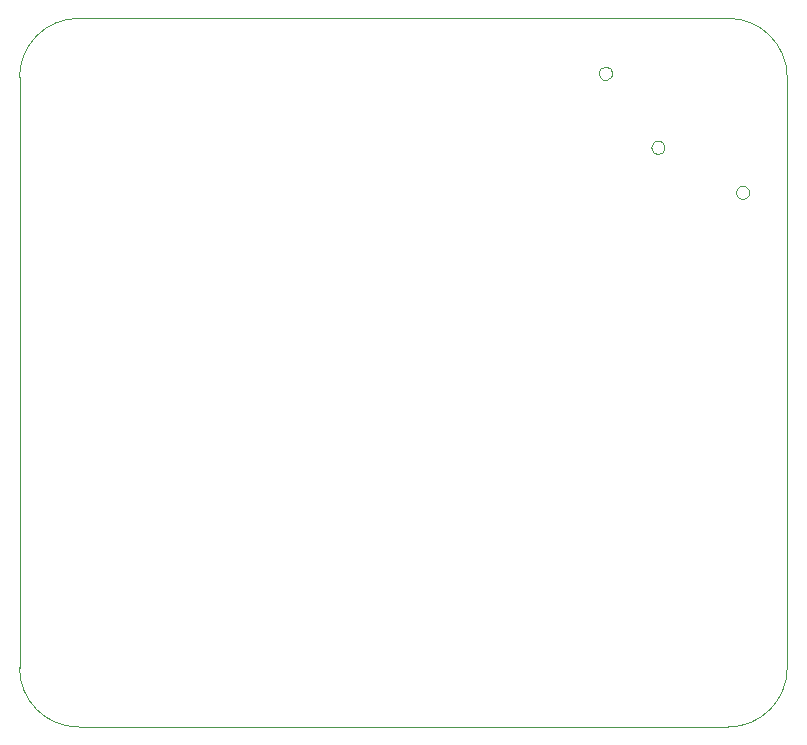
<source format=gbr>
%TF.GenerationSoftware,KiCad,Pcbnew,9.0.3*%
%TF.CreationDate,2025-07-27T20:55:45+02:00*%
%TF.ProjectId,Pololu Zumo 32U4 controller shield,506f6c6f-6c75-4205-9a75-6d6f20333255,rev?*%
%TF.SameCoordinates,Original*%
%TF.FileFunction,Profile,NP*%
%FSLAX46Y46*%
G04 Gerber Fmt 4.6, Leading zero omitted, Abs format (unit mm)*
G04 Created by KiCad (PCBNEW 9.0.3) date 2025-07-27 20:55:45*
%MOMM*%
%LPD*%
G01*
G04 APERTURE LIST*
%TA.AperFunction,Profile*%
%ADD10C,0.050000*%
%TD*%
%TA.AperFunction,Profile*%
%ADD11C,0.000010*%
%TD*%
G04 APERTURE END LIST*
D10*
X177500000Y-70000000D02*
G75*
G02*
X182500000Y-75000000I0J-5000000D01*
G01*
X182500000Y-125000000D02*
G75*
G02*
X177500000Y-130000000I-5000000J0D01*
G01*
X117500000Y-75000000D02*
G75*
G02*
X122500000Y-70000000I5000000J0D01*
G01*
X122500000Y-130000000D02*
G75*
G02*
X117500000Y-125000000I0J5000000D01*
G01*
X182500000Y-75000000D02*
X182500000Y-125000000D01*
X122500000Y-70000000D02*
X177500000Y-70000000D01*
X177500000Y-130000000D02*
X122500000Y-130000000D01*
X117500000Y-125000000D02*
X117500000Y-75000000D01*
D11*
%TO.C,svg2mod*%
X178827628Y-84193535D02*
X178929530Y-84223734D01*
X179025178Y-84274067D01*
X179111444Y-84344532D01*
X179181910Y-84430798D01*
X179232242Y-84526446D01*
X179262442Y-84628349D01*
X179272508Y-84733378D01*
X179262442Y-84838408D01*
X179232242Y-84940310D01*
X179181910Y-85035958D01*
X179111444Y-85122225D01*
X179025178Y-85192690D01*
X178929530Y-85243022D01*
X178827628Y-85273222D01*
X178722598Y-85283288D01*
X178617568Y-85273222D01*
X178515666Y-85243022D01*
X178420018Y-85192690D01*
X178333752Y-85122225D01*
X178263287Y-85035958D01*
X178212954Y-84940310D01*
X178182755Y-84838408D01*
X178172688Y-84733378D01*
X178182755Y-84628349D01*
X178212954Y-84526446D01*
X178263287Y-84430798D01*
X178333752Y-84344532D01*
X178420018Y-84274067D01*
X178515666Y-84223734D01*
X178617568Y-84193535D01*
X178722598Y-84183468D01*
X178827628Y-84193535D01*
X171658165Y-80390870D02*
X171760068Y-80421070D01*
X171855716Y-80471403D01*
X171941982Y-80541869D01*
X172012446Y-80628133D01*
X172062776Y-80723778D01*
X172092972Y-80825676D01*
X172103034Y-80930701D01*
X172092962Y-81035726D01*
X172062759Y-81137625D01*
X172012423Y-81233270D01*
X171941956Y-81319535D01*
X171855691Y-81390001D01*
X171760047Y-81440337D01*
X171658149Y-81470540D01*
X171553124Y-81480611D01*
X171448098Y-81470549D01*
X171346200Y-81440353D01*
X171250555Y-81390023D01*
X171164290Y-81319559D01*
X171093824Y-81233293D01*
X171043492Y-81137646D01*
X171013292Y-81035744D01*
X171003226Y-80930714D01*
X171013292Y-80825684D01*
X171043492Y-80723782D01*
X171093824Y-80628134D01*
X171164290Y-80541869D01*
X171250556Y-80471403D01*
X171346204Y-80421070D01*
X171448106Y-80390870D01*
X171553136Y-80380803D01*
X171658165Y-80390870D01*
X167179165Y-74117925D02*
X167281945Y-74141773D01*
X167378325Y-74184709D01*
X167465338Y-74245739D01*
X167540020Y-74323870D01*
X167599405Y-74418106D01*
X167638785Y-74522297D01*
X167656092Y-74628982D01*
X167652323Y-74735198D01*
X167628472Y-74837978D01*
X167585534Y-74934357D01*
X167524504Y-75021371D01*
X167446376Y-75096052D01*
X167352146Y-75155436D01*
X167247957Y-75194817D01*
X167141272Y-75212128D01*
X167035057Y-75208362D01*
X166932277Y-75184514D01*
X166835897Y-75141578D01*
X166748884Y-75080548D01*
X166674203Y-75002417D01*
X166614819Y-74908181D01*
X166575437Y-74803990D01*
X166558126Y-74697305D01*
X166561892Y-74591090D01*
X166585740Y-74488310D01*
X166628676Y-74391931D01*
X166689707Y-74304917D01*
X166767838Y-74230236D01*
X166862074Y-74170850D01*
X166966265Y-74131470D01*
X167072950Y-74114159D01*
X167179165Y-74117925D01*
%TD*%
M02*

</source>
